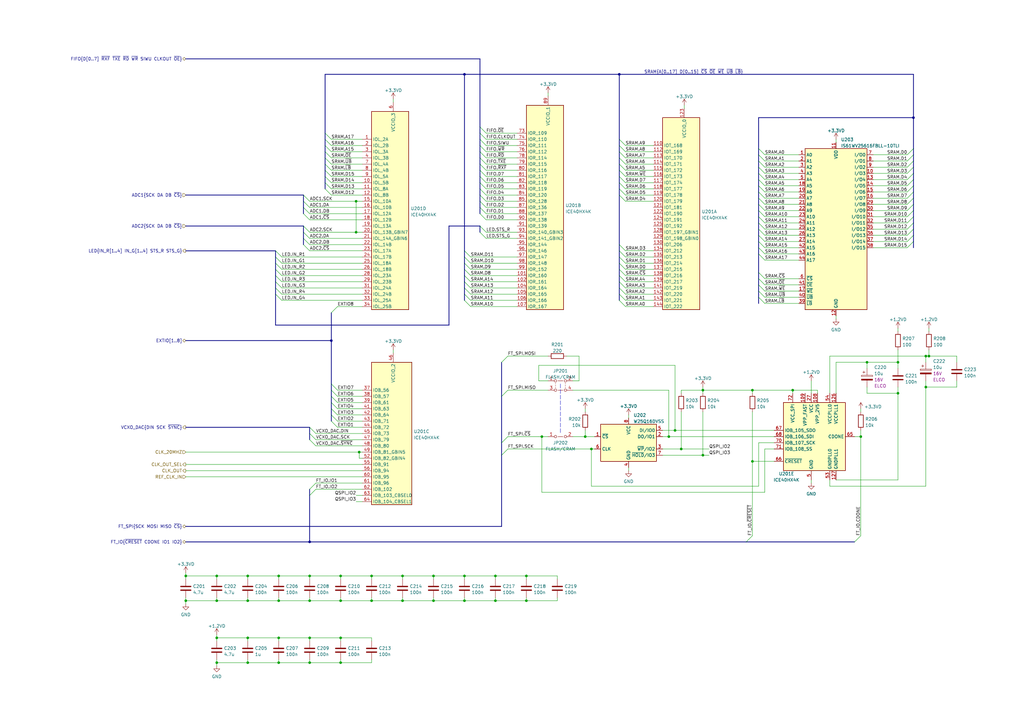
<source format=kicad_sch>
(kicad_sch (version 20211123) (generator eeschema)
  (paper "A3")
  (junction (at 139.7 261.62))
  (junction (at 139.7 246.38))
  (junction (at 353.06 179.07))
  (junction (at 88.9 261.62))
  (junction (at 368.3 148.59))
  (junction (at 325.12 160.02))
  (junction (at 190.5 30.48))
  (junction (at 276.86 176.53))
  (junction (at 101.6 261.62))
  (junction (at 127 261.62))
  (junction (at 381 146.05))
  (junction (at 279.4 184.15))
  (junction (at 177.8 246.38))
  (junction (at 288.29 186.69))
  (junction (at 203.2 236.22))
  (junction (at 146.05 82.55))
  (junction (at 76.2 246.38))
  (junction (at 127 271.78))
  (junction (at 152.4 236.22))
  (junction (at 101.6 271.78))
  (junction (at 374.65 48.26))
  (junction (at 101.6 246.38))
  (junction (at 114.3 271.78))
  (junction (at 127 236.22))
  (junction (at 135.89 139.7))
  (junction (at 254 30.48))
  (junction (at 190.5 236.22))
  (junction (at 114.3 246.38))
  (junction (at 379.73 146.05))
  (junction (at 165.1 246.38))
  (junction (at 88.9 246.38))
  (junction (at 240.03 179.07))
  (junction (at 127 246.38))
  (junction (at 308.61 160.02))
  (junction (at 165.1 236.22))
  (junction (at 146.05 95.25))
  (junction (at 101.6 236.22))
  (junction (at 76.2 236.22))
  (junction (at 127 222.25))
  (junction (at 288.29 160.02))
  (junction (at 139.7 271.78))
  (junction (at 88.9 236.22))
  (junction (at 203.2 246.38))
  (junction (at 215.9 246.38))
  (junction (at 355.6 148.59))
  (junction (at 152.4 246.38))
  (junction (at 114.3 261.62))
  (junction (at 379.73 158.75))
  (junction (at 222.25 179.07))
  (junction (at 147.32 185.42))
  (junction (at 242.57 184.15))
  (junction (at 215.9 236.22))
  (junction (at 368.3 161.29))
  (junction (at 177.8 236.22))
  (junction (at 114.3 236.22))
  (junction (at 139.7 236.22))
  (junction (at 274.32 179.07))
  (junction (at 308.61 189.23))
  (junction (at 88.9 271.78))
  (junction (at 190.5 246.38))
  (bus_entry (at 135.89 74.93) (size -2.54 -2.54))
  (bus_entry (at 196.85 74.93) (size 2.54 2.54))
  (bus_entry (at 113.03 115.57) (size 2.54 2.54))
  (bus_entry (at 135.89 69.85) (size -2.54 -2.54))
  (bus_entry (at 124.46 87.63) (size 2.54 2.54))
  (bus_entry (at 374.65 88.9) (size -2.54 2.54))
  (bus_entry (at 256.54 110.49) (size -2.54 -2.54))
  (bus_entry (at 205.74 186.69) (size 2.54 -2.54))
  (bus_entry (at 374.65 63.5) (size -2.54 2.54))
  (bus_entry (at 196.85 87.63) (size 2.54 2.54))
  (bus_entry (at 256.54 69.85) (size -2.54 -2.54))
  (bus_entry (at 374.65 73.66) (size -2.54 2.54))
  (bus_entry (at 135.89 170.18) (size 2.54 2.54))
  (bus_entry (at 208.28 160.02) (size -2.54 2.54))
  (bus_entry (at 124.46 97.79) (size 2.54 2.54))
  (bus_entry (at 113.03 118.11) (size 2.54 2.54))
  (bus_entry (at 196.85 64.77) (size 2.54 2.54))
  (bus_entry (at 256.54 62.23) (size -2.54 -2.54))
  (bus_entry (at 256.54 118.11) (size -2.54 -2.54))
  (bus_entry (at 196.85 57.15) (size 2.54 2.54))
  (bus_entry (at 135.89 165.1) (size 2.54 2.54))
  (bus_entry (at 256.54 115.57) (size -2.54 -2.54))
  (bus_entry (at 311.15 114.3) (size 2.54 2.54))
  (bus_entry (at 374.65 93.98) (size -2.54 2.54))
  (bus_entry (at 135.89 77.47) (size -2.54 -2.54))
  (bus_entry (at 374.65 99.06) (size -2.54 2.54))
  (bus_entry (at 135.89 67.31) (size -2.54 -2.54))
  (bus_entry (at 113.03 120.65) (size 2.54 2.54))
  (bus_entry (at 113.03 110.49) (size 2.54 2.54))
  (bus_entry (at 256.54 107.95) (size -2.54 -2.54))
  (bus_entry (at 374.65 60.96) (size -2.54 2.54))
  (bus_entry (at 196.85 52.07) (size 2.54 2.54))
  (bus_entry (at 127 203.2) (size 2.54 -2.54))
  (bus_entry (at 311.15 83.82) (size 2.54 2.54))
  (bus_entry (at 113.03 105.41) (size 2.54 2.54))
  (bus_entry (at 113.03 113.03) (size 2.54 2.54))
  (bus_entry (at 190.5 115.57) (size 2.54 2.54))
  (bus_entry (at 374.65 66.04) (size -2.54 2.54))
  (bus_entry (at 135.89 62.23) (size -2.54 -2.54))
  (bus_entry (at 196.85 72.39) (size 2.54 2.54))
  (bus_entry (at 135.89 128.27) (size 2.54 -2.54))
  (bus_entry (at 196.85 85.09) (size 2.54 2.54))
  (bus_entry (at 311.15 81.28) (size 2.54 2.54))
  (bus_entry (at 256.54 59.69) (size -2.54 -2.54))
  (bus_entry (at 374.65 81.28) (size -2.54 2.54))
  (bus_entry (at 256.54 74.93) (size -2.54 -2.54))
  (bus_entry (at 311.15 78.74) (size 2.54 2.54))
  (bus_entry (at 135.89 172.72) (size 2.54 2.54))
  (bus_entry (at 311.15 119.38) (size 2.54 2.54))
  (bus_entry (at 256.54 123.19) (size -2.54 -2.54))
  (bus_entry (at 205.74 181.61) (size 2.54 -2.54))
  (bus_entry (at 190.5 105.41) (size 2.54 2.54))
  (bus_entry (at 196.85 62.23) (size 2.54 2.54))
  (bus_entry (at 190.5 120.65) (size 2.54 2.54))
  (bus_entry (at 127 177.8) (size 2.54 2.54))
  (bus_entry (at 311.15 71.12) (size 2.54 2.54))
  (bus_entry (at 311.15 68.58) (size 2.54 2.54))
  (bus_entry (at 135.89 167.64) (size 2.54 2.54))
  (bus_entry (at 196.85 69.85) (size 2.54 2.54))
  (bus_entry (at 311.15 111.76) (size 2.54 2.54))
  (bus_entry (at 256.54 105.41) (size -2.54 -2.54))
  (bus_entry (at 311.15 93.98) (size 2.54 2.54))
  (bus_entry (at 135.89 64.77) (size -2.54 -2.54))
  (bus_entry (at 350.52 222.25) (size 2.54 -2.54))
  (bus_entry (at 256.54 64.77) (size -2.54 -2.54))
  (bus_entry (at 124.46 80.01) (size 2.54 2.54))
  (bus_entry (at 127 200.66) (size 2.54 -2.54))
  (bus_entry (at 311.15 86.36) (size 2.54 2.54))
  (bus_entry (at 311.15 121.92) (size 2.54 2.54))
  (bus_entry (at 196.85 77.47) (size 2.54 2.54))
  (bus_entry (at 311.15 73.66) (size 2.54 2.54))
  (bus_entry (at 135.89 160.02) (size 2.54 2.54))
  (bus_entry (at 127 175.26) (size 2.54 2.54))
  (bus_entry (at 374.65 68.58) (size -2.54 2.54))
  (bus_entry (at 256.54 80.01) (size -2.54 -2.54))
  (bus_entry (at 256.54 113.03) (size -2.54 -2.54))
  (bus_entry (at 190.5 118.11) (size 2.54 2.54))
  (bus_entry (at 256.54 102.87) (size -2.54 -2.54))
  (bus_entry (at 306.07 222.25) (size 2.54 -2.54))
  (bus_entry (at 256.54 125.73) (size -2.54 -2.54))
  (bus_entry (at 196.85 80.01) (size 2.54 2.54))
  (bus_entry (at 135.89 162.56) (size 2.54 2.54))
  (bus_entry (at 190.5 110.49) (size 2.54 2.54))
  (bus_entry (at 256.54 72.39) (size -2.54 -2.54))
  (bus_entry (at 311.15 104.14) (size 2.54 2.54))
  (bus_entry (at 124.46 82.55) (size 2.54 2.54))
  (bus_entry (at 256.54 82.55) (size -2.54 -2.54))
  (bus_entry (at 311.15 91.44) (size 2.54 2.54))
  (bus_entry (at 311.15 88.9) (size 2.54 2.54))
  (bus_entry (at 196.85 95.25) (size 2.54 2.54))
  (bus_entry (at 196.85 92.71) (size 2.54 2.54))
  (bus_entry (at 196.85 82.55) (size 2.54 2.54))
  (bus_entry (at 374.65 83.82) (size -2.54 2.54))
  (bus_entry (at 311.15 63.5) (size 2.54 2.54))
  (bus_entry (at 135.89 157.48) (size 2.54 2.54))
  (bus_entry (at 190.5 102.87) (size 2.54 2.54))
  (bus_entry (at 113.03 107.95) (size 2.54 2.54))
  (bus_entry (at 374.65 71.12) (size -2.54 2.54))
  (bus_entry (at 311.15 96.52) (size 2.54 2.54))
  (bus_entry (at 127 180.34) (size 2.54 2.54))
  (bus_entry (at 311.15 116.84) (size 2.54 2.54))
  (bus_entry (at 113.03 102.87) (size 2.54 2.54))
  (bus_entry (at 374.65 76.2) (size -2.54 2.54))
  (bus_entry (at 256.54 67.31) (size -2.54 -2.54))
  (bus_entry (at 190.5 113.03) (size 2.54 2.54))
  (bus_entry (at 374.65 86.36) (size -2.54 2.54))
  (bus_entry (at 135.89 59.69) (size -2.54 -2.54))
  (bus_entry (at 374.65 78.74) (size -2.54 2.54))
  (bus_entry (at 124.46 95.25) (size 2.54 2.54))
  (bus_entry (at 190.5 123.19) (size 2.54 2.54))
  (bus_entry (at 196.85 67.31) (size 2.54 2.54))
  (bus_entry (at 311.15 66.04) (size 2.54 2.54))
  (bus_entry (at 374.65 91.44) (size -2.54 2.54))
  (bus_entry (at 256.54 120.65) (size -2.54 -2.54))
  (bus_entry (at 196.85 59.69) (size 2.54 2.54))
  (bus_entry (at 124.46 100.33) (size 2.54 2.54))
  (bus_entry (at 124.46 85.09) (size 2.54 2.54))
  (bus_entry (at 256.54 77.47) (size -2.54 -2.54))
  (bus_entry (at 311.15 60.96) (size 2.54 2.54))
  (bus_entry (at 311.15 99.06) (size 2.54 2.54))
  (bus_entry (at 135.89 57.15) (size -2.54 -2.54))
  (bus_entry (at 135.89 72.39) (size -2.54 -2.54))
  (bus_entry (at 196.85 54.61) (size 2.54 2.54))
  (bus_entry (at 124.46 92.71) (size 2.54 2.54))
  (bus_entry (at 311.15 76.2) (size 2.54 2.54))
  (bus_entry (at 190.5 107.95) (size 2.54 2.54))
  (bus_entry (at 374.65 96.52) (size -2.54 2.54))
  (bus_entry (at 205.74 148.59) (size 2.54 -2.54))
  (bus_entry (at 135.89 80.01) (size -2.54 -2.54))
  (bus_entry (at 311.15 101.6) (size 2.54 2.54))
  (wire (pts (xy 177.8 236.22) (xy 177.8 237.49)))
  (wire (pts (xy 127 90.17) (xy 148.59 90.17)))
  (wire (pts (xy 199.39 95.25) (xy 212.09 95.25)))
  (wire (pts (xy 88.9 236.22) (xy 76.2 236.22)))
  (wire (pts (xy 208.28 146.05) (xy 224.79 146.05)))
  (wire (pts (xy 152.4 245.11) (xy 152.4 246.38)))
  (wire (pts (xy 203.2 245.11) (xy 203.2 246.38)))
  (wire (pts (xy 114.3 261.62) (xy 114.3 262.89)))
  (wire (pts (xy 342.9 148.59) (xy 355.6 148.59)))
  (wire (pts (xy 177.8 246.38) (xy 165.1 246.38)))
  (wire (pts (xy 115.57 105.41) (xy 148.59 105.41)))
  (wire (pts (xy 148.59 72.39) (xy 135.89 72.39)))
  (bus (pts (xy 127 175.26) (xy 127 177.8)))
  (wire (pts (xy 313.69 88.9) (xy 327.66 88.9)))
  (wire (pts (xy 88.9 260.35) (xy 88.9 261.62)))
  (wire (pts (xy 208.28 179.07) (xy 222.25 179.07)))
  (wire (pts (xy 379.73 158.75) (xy 379.73 199.39)))
  (wire (pts (xy 342.9 196.85) (xy 368.3 196.85)))
  (wire (pts (xy 212.09 110.49) (xy 193.04 110.49)))
  (bus (pts (xy 311.15 116.84) (xy 311.15 119.38)))
  (wire (pts (xy 256.54 77.47) (xy 267.97 77.47)))
  (bus (pts (xy 311.15 111.76) (xy 311.15 114.3)))
  (bus (pts (xy 190.5 113.03) (xy 190.5 110.49)))
  (bus (pts (xy 196.85 85.09) (xy 196.85 87.63)))
  (wire (pts (xy 313.69 184.15) (xy 317.5 184.15)))
  (bus (pts (xy 113.03 102.87) (xy 113.03 105.41)))
  (wire (pts (xy 76.2 236.22) (xy 76.2 237.49)))
  (bus (pts (xy 374.65 88.9) (xy 374.65 91.44)))
  (wire (pts (xy 288.29 186.69) (xy 271.78 186.69)))
  (wire (pts (xy 358.14 63.5) (xy 372.11 63.5)))
  (wire (pts (xy 88.9 236.22) (xy 88.9 237.49)))
  (wire (pts (xy 242.57 199.39) (xy 242.57 184.15)))
  (bus (pts (xy 196.85 69.85) (xy 196.85 72.39)))
  (bus (pts (xy 135.89 167.64) (xy 135.89 170.18)))
  (wire (pts (xy 313.69 73.66) (xy 327.66 73.66)))
  (wire (pts (xy 203.2 237.49) (xy 203.2 236.22)))
  (bus (pts (xy 135.89 160.02) (xy 135.89 162.56)))
  (bus (pts (xy 205.74 162.56) (xy 205.74 181.61)))
  (wire (pts (xy 313.69 119.38) (xy 327.66 119.38)))
  (wire (pts (xy 76.2 190.5) (xy 148.59 190.5)))
  (wire (pts (xy 147.32 185.42) (xy 148.59 185.42)))
  (wire (pts (xy 148.59 74.93) (xy 135.89 74.93)))
  (wire (pts (xy 199.39 59.69) (xy 212.09 59.69)))
  (wire (pts (xy 114.3 237.49) (xy 114.3 236.22)))
  (bus (pts (xy 196.85 67.31) (xy 196.85 69.85)))
  (wire (pts (xy 256.54 69.85) (xy 267.97 69.85)))
  (wire (pts (xy 152.4 271.78) (xy 139.7 271.78)))
  (wire (pts (xy 212.09 107.95) (xy 193.04 107.95)))
  (wire (pts (xy 115.57 115.57) (xy 148.59 115.57)))
  (bus (pts (xy 311.15 68.58) (xy 311.15 71.12)))
  (wire (pts (xy 193.04 115.57) (xy 212.09 115.57)))
  (wire (pts (xy 147.32 187.96) (xy 147.32 185.42)))
  (wire (pts (xy 115.57 113.03) (xy 148.59 113.03)))
  (wire (pts (xy 355.6 148.59) (xy 368.3 148.59)))
  (wire (pts (xy 257.81 170.18) (xy 257.81 171.45)))
  (bus (pts (xy 124.46 92.71) (xy 124.46 95.25)))
  (wire (pts (xy 358.14 86.36) (xy 372.11 86.36)))
  (bus (pts (xy 113.03 118.11) (xy 113.03 120.65)))
  (bus (pts (xy 196.85 62.23) (xy 196.85 64.77)))
  (wire (pts (xy 101.6 236.22) (xy 101.6 237.49)))
  (bus (pts (xy 133.35 62.23) (xy 133.35 64.77)))
  (wire (pts (xy 165.1 236.22) (xy 165.1 237.49)))
  (bus (pts (xy 254 69.85) (xy 254 67.31)))
  (wire (pts (xy 237.49 146.05) (xy 237.49 156.21)))
  (bus (pts (xy 311.15 76.2) (xy 311.15 78.74)))
  (bus (pts (xy 127 222.25) (xy 306.07 222.25)))
  (bus (pts (xy 127 203.2) (xy 127 222.25)))
  (bus (pts (xy 254 62.23) (xy 254 64.77)))
  (bus (pts (xy 124.46 82.55) (xy 124.46 85.09)))
  (bus (pts (xy 311.15 101.6) (xy 311.15 104.14)))
  (wire (pts (xy 353.06 167.64) (xy 353.06 168.91)))
  (bus (pts (xy 76.2 102.87) (xy 113.03 102.87)))
  (wire (pts (xy 237.49 156.21) (xy 234.95 156.21)))
  (wire (pts (xy 358.14 99.06) (xy 372.11 99.06)))
  (wire (pts (xy 313.69 99.06) (xy 327.66 99.06)))
  (wire (pts (xy 139.7 236.22) (xy 127 236.22)))
  (bus (pts (xy 190.5 115.57) (xy 190.5 113.03)))
  (wire (pts (xy 279.4 184.15) (xy 271.78 184.15)))
  (wire (pts (xy 115.57 118.11) (xy 148.59 118.11)))
  (wire (pts (xy 256.54 72.39) (xy 267.97 72.39)))
  (bus (pts (xy 133.35 54.61) (xy 133.35 30.48)))
  (wire (pts (xy 279.4 160.02) (xy 288.29 160.02)))
  (wire (pts (xy 139.7 261.62) (xy 127 261.62)))
  (wire (pts (xy 355.6 158.75) (xy 355.6 161.29)))
  (bus (pts (xy 311.15 71.12) (xy 311.15 73.66)))
  (wire (pts (xy 114.3 271.78) (xy 101.6 271.78)))
  (bus (pts (xy 311.15 63.5) (xy 311.15 66.04)))
  (wire (pts (xy 256.54 80.01) (xy 267.97 80.01)))
  (wire (pts (xy 199.39 97.79) (xy 212.09 97.79)))
  (wire (pts (xy 358.14 73.66) (xy 372.11 73.66)))
  (wire (pts (xy 308.61 160.02) (xy 325.12 160.02)))
  (bus (pts (xy 254 80.01) (xy 254 100.33)))
  (wire (pts (xy 127 87.63) (xy 148.59 87.63)))
  (wire (pts (xy 203.2 246.38) (xy 215.9 246.38)))
  (wire (pts (xy 88.9 271.78) (xy 88.9 273.05)))
  (bus (pts (xy 311.15 96.52) (xy 311.15 99.06)))
  (wire (pts (xy 127 236.22) (xy 114.3 236.22)))
  (bus (pts (xy 311.15 121.92) (xy 311.15 124.46)))
  (wire (pts (xy 139.7 271.78) (xy 127 271.78)))
  (wire (pts (xy 215.9 246.38) (xy 228.6 246.38)))
  (wire (pts (xy 353.06 219.71) (xy 353.06 179.07)))
  (wire (pts (xy 152.4 237.49) (xy 152.4 236.22)))
  (wire (pts (xy 129.54 177.8) (xy 148.59 177.8)))
  (wire (pts (xy 146.05 205.74) (xy 148.59 205.74)))
  (bus (pts (xy 254 59.69) (xy 254 62.23)))
  (bus (pts (xy 311.15 81.28) (xy 311.15 83.82)))
  (wire (pts (xy 138.43 172.72) (xy 148.59 172.72)))
  (wire (pts (xy 165.1 246.38) (xy 152.4 246.38)))
  (wire (pts (xy 332.74 196.85) (xy 332.74 198.12)))
  (wire (pts (xy 256.54 123.19) (xy 267.97 123.19)))
  (bus (pts (xy 311.15 73.66) (xy 311.15 76.2)))
  (bus (pts (xy 113.03 115.57) (xy 113.03 118.11)))
  (wire (pts (xy 139.7 270.51) (xy 139.7 271.78)))
  (wire (pts (xy 76.2 195.58) (xy 148.59 195.58)))
  (wire (pts (xy 129.54 198.12) (xy 148.59 198.12)))
  (wire (pts (xy 313.69 114.3) (xy 327.66 114.3)))
  (bus (pts (xy 205.74 148.59) (xy 205.74 162.56)))
  (wire (pts (xy 256.54 110.49) (xy 267.97 110.49)))
  (wire (pts (xy 203.2 236.22) (xy 190.5 236.22)))
  (bus (pts (xy 113.03 133.35) (xy 184.15 133.35)))
  (wire (pts (xy 313.69 106.68) (xy 327.66 106.68)))
  (bus (pts (xy 133.35 64.77) (xy 133.35 67.31)))
  (wire (pts (xy 199.39 80.01) (xy 212.09 80.01)))
  (wire (pts (xy 274.32 160.02) (xy 274.32 179.07)))
  (wire (pts (xy 308.61 189.23) (xy 317.5 189.23)))
  (wire (pts (xy 313.69 93.98) (xy 327.66 93.98)))
  (wire (pts (xy 161.29 143.51) (xy 161.29 144.78)))
  (wire (pts (xy 379.73 156.21) (xy 379.73 158.75)))
  (wire (pts (xy 392.43 156.21) (xy 392.43 158.75)))
  (wire (pts (xy 313.69 63.5) (xy 327.66 63.5)))
  (wire (pts (xy 313.69 184.15) (xy 313.69 201.93)))
  (wire (pts (xy 379.73 158.75) (xy 392.43 158.75)))
  (wire (pts (xy 129.54 200.66) (xy 148.59 200.66)))
  (wire (pts (xy 313.69 101.6) (xy 327.66 101.6)))
  (wire (pts (xy 139.7 262.89) (xy 139.7 261.62)))
  (wire (pts (xy 313.69 116.84) (xy 327.66 116.84)))
  (wire (pts (xy 379.73 148.59) (xy 379.73 146.05)))
  (wire (pts (xy 228.6 245.11) (xy 228.6 246.38)))
  (wire (pts (xy 177.8 245.11) (xy 177.8 246.38)))
  (wire (pts (xy 317.5 181.61) (xy 311.15 181.61)))
  (wire (pts (xy 276.86 149.86) (xy 276.86 176.53)))
  (bus (pts (xy 374.65 66.04) (xy 374.65 68.58)))
  (wire (pts (xy 240.03 167.64) (xy 240.03 168.91)))
  (wire (pts (xy 256.54 118.11) (xy 267.97 118.11)))
  (bus (pts (xy 205.74 186.69) (xy 205.74 215.9)))
  (bus (pts (xy 254 74.93) (xy 254 77.47)))
  (bus (pts (xy 196.85 24.13) (xy 196.85 52.07)))
  (wire (pts (xy 190.5 236.22) (xy 177.8 236.22)))
  (bus (pts (xy 196.85 82.55) (xy 196.85 85.09)))
  (wire (pts (xy 256.54 120.65) (xy 267.97 120.65)))
  (bus (pts (xy 124.46 85.09) (xy 124.46 87.63)))
  (wire (pts (xy 220.98 149.86) (xy 220.98 156.21)))
  (bus (pts (xy 311.15 83.82) (xy 311.15 86.36)))
  (wire (pts (xy 368.3 148.59) (xy 368.3 151.13)))
  (wire (pts (xy 353.06 176.53) (xy 353.06 179.07)))
  (bus (pts (xy 196.85 59.69) (xy 196.85 62.23)))
  (wire (pts (xy 127 246.38) (xy 114.3 246.38)))
  (bus (pts (xy 374.65 96.52) (xy 374.65 99.06)))
  (bus (pts (xy 254 107.95) (xy 254 110.49)))
  (wire (pts (xy 146.05 95.25) (xy 148.59 95.25)))
  (wire (pts (xy 115.57 110.49) (xy 148.59 110.49)))
  (wire (pts (xy 199.39 62.23) (xy 212.09 62.23)))
  (wire (pts (xy 355.6 151.13) (xy 355.6 148.59)))
  (bus (pts (xy 133.35 62.23) (xy 133.35 59.69)))
  (wire (pts (xy 276.86 149.86) (xy 220.98 149.86)))
  (wire (pts (xy 208.28 184.15) (xy 242.57 184.15)))
  (wire (pts (xy 88.9 261.62) (xy 88.9 262.89)))
  (wire (pts (xy 288.29 186.69) (xy 290.83 186.69)))
  (bus (pts (xy 254 100.33) (xy 254 102.87)))
  (bus (pts (xy 254 30.48) (xy 374.65 30.48)))
  (wire (pts (xy 257.81 191.77) (xy 257.81 193.04)))
  (wire (pts (xy 127 85.09) (xy 148.59 85.09)))
  (wire (pts (xy 279.4 160.02) (xy 279.4 161.29)))
  (bus (pts (xy 190.5 123.19) (xy 190.5 120.65)))
  (bus (pts (xy 311.15 93.98) (xy 311.15 96.52)))
  (bus (pts (xy 254 113.03) (xy 254 115.57)))
  (wire (pts (xy 368.3 143.51) (xy 368.3 148.59)))
  (wire (pts (xy 135.89 69.85) (xy 148.59 69.85)))
  (bus (pts (xy 184.15 92.71) (xy 196.85 92.71)))
  (wire (pts (xy 148.59 77.47) (xy 135.89 77.47)))
  (wire (pts (xy 199.39 72.39) (xy 212.09 72.39)))
  (wire (pts (xy 138.43 167.64) (xy 148.59 167.64)))
  (wire (pts (xy 199.39 87.63) (xy 212.09 87.63)))
  (wire (pts (xy 335.28 160.02) (xy 335.28 161.29)))
  (wire (pts (xy 308.61 160.02) (xy 308.61 161.29)))
  (bus (pts (xy 184.15 133.35) (xy 184.15 92.71)))
  (bus (pts (xy 190.5 118.11) (xy 190.5 115.57)))
  (wire (pts (xy 358.14 83.82) (xy 372.11 83.82)))
  (wire (pts (xy 199.39 64.77) (xy 212.09 64.77)))
  (wire (pts (xy 193.04 118.11) (xy 212.09 118.11)))
  (wire (pts (xy 358.14 76.2) (xy 372.11 76.2)))
  (bus (pts (xy 135.89 165.1) (xy 135.89 167.64)))
  (wire (pts (xy 203.2 246.38) (xy 190.5 246.38)))
  (wire (pts (xy 139.7 245.11) (xy 139.7 246.38)))
  (wire (pts (xy 152.4 270.51) (xy 152.4 271.78)))
  (wire (pts (xy 313.69 104.14) (xy 327.66 104.14)))
  (wire (pts (xy 146.05 82.55) (xy 148.59 82.55)))
  (wire (pts (xy 256.54 62.23) (xy 267.97 62.23)))
  (wire (pts (xy 101.6 271.78) (xy 88.9 271.78)))
  (wire (pts (xy 101.6 246.38) (xy 88.9 246.38)))
  (wire (pts (xy 127 95.25) (xy 146.05 95.25)))
  (wire (pts (xy 358.14 81.28) (xy 372.11 81.28)))
  (wire (pts (xy 101.6 245.11) (xy 101.6 246.38)))
  (bus (pts (xy 196.85 72.39) (xy 196.85 74.93)))
  (bus (pts (xy 196.85 64.77) (xy 196.85 67.31)))
  (bus (pts (xy 306.07 222.25) (xy 350.52 222.25)))
  (bus (pts (xy 196.85 57.15) (xy 196.85 59.69)))
  (wire (pts (xy 358.14 91.44) (xy 372.11 91.44)))
  (bus (pts (xy 254 69.85) (xy 254 72.39)))
  (wire (pts (xy 350.52 179.07) (xy 353.06 179.07)))
  (wire (pts (xy 332.74 156.21) (xy 332.74 161.29)))
  (wire (pts (xy 152.4 261.62) (xy 139.7 261.62)))
  (bus (pts (xy 254 120.65) (xy 254 123.19)))
  (wire (pts (xy 161.29 40.64) (xy 161.29 41.91)))
  (wire (pts (xy 256.54 115.57) (xy 267.97 115.57)))
  (wire (pts (xy 308.61 189.23) (xy 308.61 219.71)))
  (wire (pts (xy 313.69 96.52) (xy 327.66 96.52)))
  (bus (pts (xy 374.65 48.26) (xy 374.65 60.96)))
  (bus (pts (xy 196.85 54.61) (xy 196.85 57.15)))
  (wire (pts (xy 325.12 160.02) (xy 325.12 161.29)))
  (wire (pts (xy 340.36 146.05) (xy 340.36 161.29)))
  (wire (pts (xy 139.7 236.22) (xy 139.7 237.49)))
  (bus (pts (xy 196.85 74.93) (xy 196.85 77.47)))
  (wire (pts (xy 199.39 82.55) (xy 212.09 82.55)))
  (wire (pts (xy 76.2 193.04) (xy 148.59 193.04)))
  (bus (pts (xy 254 118.11) (xy 254 115.57)))
  (bus (pts (xy 133.35 30.48) (xy 190.5 30.48)))
  (wire (pts (xy 199.39 77.47) (xy 212.09 77.47)))
  (bus (pts (xy 205.74 181.61) (xy 205.74 186.69)))
  (bus (pts (xy 311.15 119.38) (xy 311.15 121.92)))
  (wire (pts (xy 313.69 201.93) (xy 222.25 201.93)))
  (wire (pts (xy 240.03 179.07) (xy 243.84 179.07)))
  (wire (pts (xy 114.3 270.51) (xy 114.3 271.78)))
  (wire (pts (xy 193.04 123.19) (xy 212.09 123.19)))
  (bus (pts (xy 113.03 107.95) (xy 113.03 110.49)))
  (wire (pts (xy 342.9 129.54) (xy 342.9 130.81)))
  (wire (pts (xy 279.4 168.91) (xy 279.4 184.15)))
  (bus (pts (xy 374.65 68.58) (xy 374.65 71.12)))
  (wire (pts (xy 101.6 270.51) (xy 101.6 271.78)))
  (bus (pts (xy 76.2 175.26) (xy 127 175.26)))
  (bus (pts (xy 133.35 72.39) (xy 133.35 74.93)))
  (wire (pts (xy 358.14 78.74) (xy 372.11 78.74)))
  (wire (pts (xy 115.57 123.19) (xy 148.59 123.19)))
  (wire (pts (xy 114.3 261.62) (xy 101.6 261.62)))
  (bus (pts (xy 190.5 110.49) (xy 190.5 107.95)))
  (wire (pts (xy 135.89 59.69) (xy 148.59 59.69)))
  (wire (pts (xy 101.6 261.62) (xy 88.9 261.62)))
  (bus (pts (xy 374.65 81.28) (xy 374.65 83.82)))
  (wire (pts (xy 311.15 181.61) (xy 311.15 199.39)))
  (bus (pts (xy 124.46 80.01) (xy 124.46 82.55)))
  (bus (pts (xy 190.5 105.41) (xy 190.5 107.95)))
  (wire (pts (xy 358.14 93.98) (xy 372.11 93.98)))
  (wire (pts (xy 212.09 105.41) (xy 193.04 105.41)))
  (wire (pts (xy 313.69 78.74) (xy 327.66 78.74)))
  (wire (pts (xy 358.14 96.52) (xy 372.11 96.52)))
  (wire (pts (xy 138.43 162.56) (xy 148.59 162.56)))
  (wire (pts (xy 165.1 245.11) (xy 165.1 246.38)))
  (wire (pts (xy 256.54 107.95) (xy 267.97 107.95)))
  (wire (pts (xy 358.14 101.6) (xy 372.11 101.6)))
  (bus (pts (xy 133.35 59.69) (xy 133.35 57.15)))
  (wire (pts (xy 288.29 160.02) (xy 288.29 161.29)))
  (wire (pts (xy 368.3 161.29) (xy 368.3 196.85)))
  (wire (pts (xy 271.78 179.07) (xy 274.32 179.07)))
  (bus (pts (xy 76.2 222.25) (xy 127 222.25)))
  (wire (pts (xy 129.54 182.88) (xy 148.59 182.88)))
  (bus (pts (xy 113.03 113.03) (xy 113.03 115.57)))
  (bus (pts (xy 124.46 97.79) (xy 124.46 100.33)))
  (polyline (pts (xy 229.87 157.48) (xy 229.87 177.8)))
  (bus (pts (xy 311.15 114.3) (xy 311.15 116.84)))
  (wire (pts (xy 127 82.55) (xy 146.05 82.55)))
  (wire (pts (xy 271.78 176.53) (xy 276.86 176.53)))
  (wire (pts (xy 313.69 81.28) (xy 327.66 81.28)))
  (wire (pts (xy 274.32 179.07) (xy 317.5 179.07)))
  (bus (pts (xy 311.15 99.06) (xy 311.15 101.6)))
  (wire (pts (xy 256.54 113.03) (xy 267.97 113.03)))
  (wire (pts (xy 148.59 80.01) (xy 135.89 80.01)))
  (wire (pts (xy 115.57 107.95) (xy 148.59 107.95)))
  (wire (pts (xy 127 261.62) (xy 114.3 261.62)))
  (wire (pts (xy 199.39 90.17) (xy 212.09 90.17)))
  (wire (pts (xy 279.4 184.15) (xy 290.83 184.15)))
  (wire (pts (xy 342.9 57.15) (xy 342.9 58.42)))
  (bus (pts (xy 135.89 170.18) (xy 135.89 172.72)))
  (wire (pts (xy 101.6 261.62) (xy 101.6 262.89)))
  (wire (pts (xy 199.39 69.85) (xy 212.09 69.85)))
  (wire (pts (xy 138.43 165.1) (xy 148.59 165.1)))
  (bus (pts (xy 254 77.47) (xy 254 80.01)))
  (bus (pts (xy 135.89 128.27) (xy 135.89 139.7)))
  (wire (pts (xy 311.15 199.39) (xy 242.57 199.39)))
  (wire (pts (xy 127 236.22) (xy 127 237.49)))
  (wire (pts (xy 220.98 156.21) (xy 224.79 156.21)))
  (bus (pts (xy 374.65 71.12) (xy 374.65 73.66)))
  (wire (pts (xy 313.69 124.46) (xy 327.66 124.46)))
  (bus (pts (xy 76.2 24.13) (xy 196.85 24.13)))
  (bus (pts (xy 133.35 69.85) (xy 133.35 72.39)))
  (bus (pts (xy 311.15 66.04) (xy 311.15 68.58)))
  (wire (pts (xy 76.2 234.95) (xy 76.2 236.22)))
  (bus (pts (xy 113.03 110.49) (xy 113.03 113.03)))
  (wire (pts (xy 368.3 134.62) (xy 368.3 135.89)))
  (wire (pts (xy 138.43 160.02) (xy 148.59 160.02)))
  (bus (pts (xy 311.15 88.9) (xy 311.15 91.44)))
  (wire (pts (xy 146.05 203.2) (xy 148.59 203.2)))
  (bus (pts (xy 190.5 30.48) (xy 190.5 102.87)))
  (wire (pts (xy 379.73 146.05) (xy 381 146.05)))
  (wire (pts (xy 114.3 246.38) (xy 101.6 246.38)))
  (wire (pts (xy 280.67 43.18) (xy 280.67 44.45)))
  (wire (pts (xy 288.29 168.91) (xy 288.29 186.69)))
  (wire (pts (xy 190.5 246.38) (xy 177.8 246.38)))
  (bus (pts (xy 254 110.49) (xy 254 113.03)))
  (bus (pts (xy 76.2 92.71) (xy 124.46 92.71)))
  (wire (pts (xy 228.6 237.49) (xy 228.6 236.22)))
  (wire (pts (xy 234.95 179.07) (xy 240.03 179.07)))
  (bus (pts (xy 113.03 105.41) (xy 113.03 107.95)))
  (wire (pts (xy 228.6 236.22) (xy 215.9 236.22)))
  (wire (pts (xy 101.6 236.22) (xy 88.9 236.22)))
  (wire (pts (xy 127 262.89) (xy 127 261.62)))
  (bus (pts (xy 254 57.15) (xy 254 59.69)))
  (bus (pts (xy 374.65 93.98) (xy 374.65 96.52)))
  (wire (pts (xy 313.69 83.82) (xy 327.66 83.82)))
  (wire (pts (xy 355.6 161.29) (xy 368.3 161.29)))
  (bus (pts (xy 196.85 52.07) (xy 196.85 54.61)))
  (bus (pts (xy 196.85 80.01) (xy 196.85 82.55)))
  (wire (pts (xy 139.7 246.38) (xy 127 246.38)))
  (bus (pts (xy 135.89 162.56) (xy 135.89 165.1)))
  (bus (pts (xy 374.65 76.2) (xy 374.65 78.74)))
  (wire (pts (xy 199.39 54.61) (xy 212.09 54.61)))
  (wire (pts (xy 152.4 262.89) (xy 152.4 261.62)))
  (bus (pts (xy 190.5 30.48) (xy 254 30.48)))
  (bus (pts (xy 374.65 30.48) (xy 374.65 48.26)))
  (wire (pts (xy 88.9 245.11) (xy 88.9 246.38)))
  (bus (pts (xy 254 30.48) (xy 254 57.15)))
  (wire (pts (xy 240.03 176.53) (xy 240.03 179.07)))
  (wire (pts (xy 288.29 158.75) (xy 288.29 160.02)))
  (wire (pts (xy 135.89 67.31) (xy 148.59 67.31)))
  (wire (pts (xy 212.09 113.03) (xy 193.04 113.03)))
  (bus (pts (xy 311.15 104.14) (xy 311.15 111.76)))
  (bus (pts (xy 254 120.65) (xy 254 118.11)))
  (wire (pts (xy 199.39 74.93) (xy 212.09 74.93)))
  (wire (pts (xy 193.04 125.73) (xy 212.09 125.73)))
  (wire (pts (xy 340.36 199.39) (xy 379.73 199.39)))
  (wire (pts (xy 127 100.33) (xy 148.59 100.33)))
  (bus (pts (xy 374.65 86.36) (xy 374.65 88.9)))
  (wire (pts (xy 127 270.51) (xy 127 271.78)))
  (wire (pts (xy 224.79 38.1) (xy 224.79 39.37)))
  (wire (pts (xy 215.9 236.22) (xy 203.2 236.22)))
  (wire (pts (xy 313.69 66.04) (xy 327.66 66.04)))
  (wire (pts (xy 340.36 146.05) (xy 379.73 146.05)))
  (bus (pts (xy 254 107.95) (xy 254 105.41)))
  (bus (pts (xy 133.35 57.15) (xy 133.35 54.61)))
  (bus (pts (xy 196.85 77.47) (xy 196.85 80.01)))
  (wire (pts (xy 313.69 86.36) (xy 327.66 86.36)))
  (wire (pts (xy 313.69 71.12) (xy 327.66 71.12)))
  (bus (pts (xy 124.46 95.25) (xy 124.46 97.79)))
  (bus (pts (xy 311.15 78.74) (xy 311.15 81.28)))
  (bus (pts (xy 311.15 91.44) (xy 311.15 93.98)))
  (wire (pts (xy 138.43 170.18) (xy 148.59 170.18)))
  (wire (pts (xy 381 134.62) (xy 381 135.89)))
  (wire (pts (xy 215.9 237.49) (xy 215.9 236.22)))
  (bus (pts (xy 190.5 102.87) (xy 190.5 105.41)))
  (wire (pts (xy 76.2 245.11) (xy 76.2 246.38)))
  (wire (pts (xy 276.86 176.53) (xy 317.5 176.53)))
  (wire (pts (xy 313.69 68.58) (xy 327.66 68.58)))
  (wire (pts (xy 127 97.79) (xy 148.59 97.79)))
  (bus (pts (xy 196.85 92.71) (xy 196.85 95.25)))
  (wire (pts (xy 256.54 64.77) (xy 267.97 64.77)))
  (wire (pts (xy 152.4 236.22) (xy 139.7 236.22)))
  (wire (pts (xy 199.39 67.31) (xy 212.09 67.31)))
  (wire (pts (xy 88.9 246.38) (xy 76.2 246.38)))
  (wire (pts (xy 392.43 146.05) (xy 392.43 148.59)))
  (wire (pts (xy 199.39 57.15) (xy 212.09 57.15)))
  (bus (pts (xy 127 200.66) (xy 127 203.2)))
  (wire (pts (xy 358.14 66.04) (xy 372.11 66.04)))
  (bus (pts (xy 374.65 73.66) (xy 374.65 76.2)))
  (wire (pts (xy 215.9 245.11) (xy 215.9 246.38)))
  (bus (pts (xy 374.65 60.96) (xy 374.65 63.5)))
  (wire (pts (xy 199.39 85.09) (xy 212.09 85.09)))
  (wire (pts (xy 381 146.05) (xy 392.43 146.05)))
  (wire (pts (xy 288.29 160.02) (xy 308.61 160.02)))
  (wire (pts (xy 135.89 64.77) (xy 148.59 64.77)))
  (bus (pts (xy 133.35 67.31) (xy 133.35 69.85)))
  (bus (pts (xy 127 177.8) (xy 127 180.34)))
  (wire (pts (xy 138.43 125.73) (xy 148.59 125.73)))
  (wire (pts (xy 148.59 187.96) (xy 147.32 187.96)))
  (wire (pts (xy 190.5 237.49) (xy 190.5 236.22)))
  (wire (pts (xy 232.41 146.05) (xy 237.49 146.05)))
  (wire (pts (xy 146.05 82.55) (xy 146.05 95.25)))
  (bus (pts (xy 254 105.41) (xy 254 102.87)))
  (wire (pts (xy 308.61 168.91) (xy 308.61 189.23)))
  (wire (pts (xy 222.25 179.07) (xy 224.79 179.07)))
  (bus (pts (xy 135.89 157.48) (xy 135.89 160.02)))
  (bus (pts (xy 135.89 139.7) (xy 135.89 157.48)))
  (wire (pts (xy 256.54 105.41) (xy 267.97 105.41)))
  (wire (pts (xy 190.5 245.11) (xy 190.5 246.38)))
  (wire (pts (xy 127 271.78) (xy 114.3 271.78)))
  (wire (pts (xy 313.69 121.92) (xy 327.66 121.92)))
  (bus (pts (xy 113.03 120.65) (xy 113.03 133.35)))
  (wire (pts (xy 368.3 158.75) (xy 368.3 161.29)))
  (bus (pts (xy 76.2 80.01) (xy 124.46 80.01)))
  (wire (pts (xy 256.54 74.93) (xy 267.97 74.93)))
  (bus (pts (xy 311.15 86.36) (xy 311.15 88.9)))
  (wire (pts (xy 127 102.87) (xy 148.59 102.87)))
  (bus (pts (xy 311.15 60.96) (xy 311.15 63.5)))
  (wire (pts (xy 208.28 160.02) (xy 224.79 160.02)))
  (wire (pts (xy 358.14 68.58) (xy 372.11 68.58)))
  (wire (pts (xy 114.3 236.22) (xy 101.6 236.22)))
  (wire (pts (xy 115.57 120.65) (xy 148.59 120.65)))
  (wire (pts (xy 340.36 196.85) (xy 340.36 199.39)))
  (wire (pts (xy 256.54 102.87) (xy 267.97 102.87)))
  (wire (pts (xy 256.54 67.31) (xy 267.97 67.31)))
  (wire (pts (xy 381 143.51) (xy 381 146.05)))
  (wire (pts (xy 138.43 175.26) (xy 148.59 175.26)))
  (bus (pts (xy 254 67.31) (xy 254 64.77)))
  (wire (pts (xy 135.89 62.23) (xy 148.59 62.23)))
  (wire (pts (xy 358.14 71.12) (xy 372.11 71.12)))
  (bus (pts (xy 374.65 78.74) (xy 374.65 81.28)))
  (bus (pts (xy 76.2 139.7) (xy 135.89 139.7)))
  (bus (pts (xy 133.35 74.93) (xy 133.35 77.47)))
  (wire (pts (xy 256.54 59.69) (xy 267.97 59.69)))
  (wire (pts (xy 114.3 245.11) (xy 114.3 246.38)))
  (wire (pts (xy 342.9 161.29) (xy 342.9 148.59)))
  (wire (pts (xy 313.69 91.44) (xy 327.66 91.44)))
  (wire (pts (xy 256.54 125.73) (xy 267.97 125.73)))
  (wire (pts (xy 256.54 82.55) (xy 267.97 82.55)))
  (wire (pts (xy 76.2 246.38) (xy 76.2 247.65)))
  (wire (pts (xy 165.1 236.22) (xy 152.4 236.22)))
  (bus (pts (xy 311.15 48.26) (xy 311.15 60.96)))
  (wire (pts (xy 242.57 184.15) (xy 243.84 184.15)))
  (bus (pts (xy 374.65 91.44) (xy 374.65 93.98)))
  (bus (pts (xy 76.2 215.9) (xy 205.74 215.9)))
  (wire (pts (xy 135.89 57.15) (xy 148.59 57.15)))
  (bus (pts (xy 254 72.39) (xy 254 74.93)))
  (bus (pts (xy 190.5 120.65) (xy 190.5 118.11)))
  (wire (pts (xy 222.25 201.93) (xy 222.25 179.07)))
  (bus (pts (xy 374.65 63.5) (xy 374.65 66.04)))
  (wire (pts (xy 152.4 246.38) (xy 139.7 246.38)))
  (wire (pts (xy 193.04 120.65) (xy 212.09 120.65)))
  (wire (pts (xy 129.54 180.34) (xy 148.59 180.34)))
  (bus (pts (xy 374.65 99.06) (xy 374.65 101.6)))
  (wire (pts (xy 313.69 76.2) (xy 327.66 76.2)))
  (wire (pts (xy 127 245.11) (xy 127 246.38)))
  (wire (pts (xy 76.2 185.42) (xy 147.32 185.42)))
  (bus (pts (xy 311.15 48.26) (xy 374.65 48.26)))
  (wire (pts (xy 88.9 270.51) (xy 88.9 271.78)))
  (wire (pts (xy 234.95 160.02) (xy 274.32 160.02)))
  (bus (pts (xy 374.65 83.82) (xy 374.65 86.36)))
  (wire (pts (xy 325.12 160.02) (xy 335.28 160.02)))
  (wire (pts (xy 177.8 236.22) (xy 165.1 236.22)))
  (wire (pts (xy 358.14 88.9) (xy 372.11 88.9)))
  (label "SRAM.D8" (at 372.11 83.82 180))
  (label "FIFO.D2" (at 199.39 85.09 0))
  (label "SRAM.A17" (at 135.89 57.15 0))
  (label "SRAM.D11" (at 372.11 91.44 180))
  (label "VCXO_DAC.DIN" (at 129.54 177.8 0))
  (label "FIFO.SIWU" (at 199.39 59.69 0))
  (label "EXTIO8" (at 138.43 125.73 0))
  (label "SRAM.D4" (at 256.54 82.55 0))
  (label "SRAM.A8" (at 256.54 62.23 0))
  (label "VCXO_DAC.~{SYNC}" (at 129.54 182.88 0))
  (label "LED.IN_R4" (at 115.57 120.65 0))
  (label "SRAM.D6" (at 256.54 77.47 0))
  (label "EXTIO4" (at 138.43 167.64 0))
  (label "ADC2.~{CS}" (at 127 102.87 0))
  (label "SRAM.D3" (at 256.54 102.87 0))
  (label "SRAM.A10" (at 313.69 88.9 0))
  (label "SRAM.A14" (at 313.69 99.06 0))
  (label "QSPI_IO3" (at 290.83 186.69 0))
  (label "SRAM.A15" (at 313.69 101.6 0))
  (label "SRAM.A14" (at 193.04 115.57 0))
  (label "FIFO.D5" (at 199.39 77.47 0))
  (label "FT_SPI.MOSI" (at 208.28 146.05 0))
  (label "LED.IN_R1" (at 115.57 105.41 0))
  (label "SRAM.A13" (at 313.69 96.52 0))
  (label "ADC1.SCK" (at 127 82.55 0))
  (label "SRAM.D5" (at 256.54 80.01 0))
  (label "SRAM.D12" (at 135.89 80.01 0))
  (label "FT_SPI.~{CS}" (at 208.28 179.07 0))
  (label "SRAM.D3" (at 372.11 71.12 180))
  (label "SRAM.A3" (at 313.69 71.12 0))
  (label "SRAM.~{LB}" (at 313.69 124.46 0))
  (label "SRAM.~{UB}" (at 135.89 67.31 0))
  (label "ADC1.~{CS}" (at 127 90.17 0))
  (label "SRAM.D10" (at 193.04 107.95 0))
  (label "FT_IO.IO1" (at 129.54 198.12 0))
  (label "FIFO.D0" (at 199.39 90.17 0))
  (label "LED.IN_G3" (at 115.57 118.11 0))
  (label "SRAM.A7" (at 313.69 81.28 0))
  (label "SRAM.A6" (at 313.69 78.74 0))
  (label "SRAM.A4" (at 313.69 73.66 0))
  (label "SRAM.D15" (at 372.11 101.6 180))
  (label "SRAM.~{OE}" (at 313.69 116.84 0))
  (label "FIFO.CLKOUT" (at 199.39 57.15 0))
  (label "SRAM.D9" (at 193.04 110.49 0))
  (label "SRAM.D13" (at 372.11 96.52 180))
  (label "FIFO.D3" (at 199.39 82.55 0))
  (label "SRAM.A0" (at 313.69 63.5 0))
  (label "SRAM.A2" (at 256.54 120.65 0))
  (label "SRAM.A2" (at 313.69 68.58 0))
  (label "SRAM.A17" (at 313.69 106.68 0))
  (label "FIFO.D4" (at 199.39 80.01 0))
  (label "SRAM.D6" (at 372.11 78.74 180))
  (label "LED.IN_R3" (at 115.57 115.57 0))
  (label "SRAM.A8" (at 313.69 83.82 0))
  (label "FIFO.D7" (at 199.39 72.39 0))
  (label "EXTIO3" (at 138.43 170.18 0))
  (label "SRAM.A13" (at 193.04 118.11 0))
  (label "SRAM.A6" (at 256.54 67.31 0))
  (label "EXTIO7" (at 138.43 160.02 0))
  (label "SRAM.D7" (at 372.11 81.28 180))
  (label "FIFO.~{WR}" (at 199.39 62.23 0))
  (label "QSPI_IO3" (at 146.05 205.74 180))
  (label "SRAM.D1" (at 372.11 66.04 180))
  (label "SRAM.D1" (at 256.54 107.95 0))
  (label "SRAM.~{OE}" (at 135.89 64.77 0))
  (label "SRAM.D13" (at 135.89 77.47 0))
  (label "SRAM.D14" (at 135.89 74.93 0))
  (label "SRAM.D8" (at 193.04 113.03 0))
  (label "SRAM.A11" (at 193.04 123.19 0))
  (label "SRAM.A9" (at 313.69 86.36 0))
  (label "FT_SPI.SCK" (at 208.28 184.15 0))
  (label "FIFO.D6" (at 199.39 74.93 0))
  (label "EXTIO2" (at 138.43 172.72 0))
  (label "SRAM.D10" (at 372.11 88.9 180))
  (label "FIFO.~{OE}" (at 199.39 54.61 0))
  (label "SRAM.~{LB}" (at 135.89 69.85 0))
  (label "SRAM.~{WE}" (at 256.54 72.39 0))
  (label "VCXO_DAC.SCK" (at 129.54 180.34 0))
  (label "SRAM.A5" (at 256.54 69.85 0))
  (label "ADC2.DA" (at 127 97.79 0))
  (label "SRAM.D9" (at 372.11 86.36 180))
  (label "ADC2.DB" (at 127 100.33 0))
  (label "FT_IO.CDONE" (at 353.06 219.71 90))
  (label "ADC2.SCK" (at 127 95.25 0))
  (label "EXTIO6" (at 138.43 162.56 0))
  (label "SRAM.~{CS}" (at 313.69 114.3 0))
  (label "FT_IO.~{CRESET}" (at 308.61 219.71 90))
  (label "LED.IN_G4" (at 115.57 123.19 0))
  (label "SRAM.A9" (at 256.54 59.69 0))
  (label "SRAM.D14" (at 372.11 99.06 180))
  (label "SRAM.D7" (at 256.54 74.93 0))
  (label "LED.IN_G1" (at 115.57 107.95 0))
  (label "SRAM.D12" (at 372.11 93.98 180))
  (label "FIFO.~{TXE}" (at 199.39 67.31 0))
  (label "SRAM.A7" (at 256.54 64.77 0))
  (label "LED.IN_R2" (at 115.57 110.49 0))
  (label "SRAM.A3" (at 256.54 118.11 0))
  (label "LED.STS_R" (at 199.39 95.25 0))
  (label "SRAM.A12" (at 193.04 120.65 0))
  (label "SRAM.A5" (at 313.69 76.2 0))
  (label "SRAM.A16" (at 313.69 104.14 0))
  (label "SRAM.D11" (at 193.04 105.41 0))
  (label "ADC1.DA" (at 127 85.09 0))
  (label "SRAM.A1" (at 256.54 123.19 0))
  (label "FIFO.D1" (at 199.39 87.63 0))
  (label "QSPI_IO2" (at 290.83 184.15 0))
  (label "SRAM.D5" (at 372.11 76.2 180))
  (label "SRAM.D4" (at 372.11 73.66 180))
  (label "SRAM{A[0..17] D[0..15] ~{CS} ~{OE} ~{WE} ~{UB} ~{LB}}" (at 304.8 30.48 0))
  (label "QSPI_IO2" (at 146.05 203.2 180))
  (label "SRAM.D0" (at 372.11 63.5 180))
  (label "SRAM.D15" (at 135.89 72.39 0))
  (label "FIFO.~{RXF}" (at 199.39 69.85 0))
  (label "SRAM.A4" (at 256.54 115.57 0))
  (label "ADC1.DB" (at 127 87.63 0))
  (label "SRAM.A0" (at 256.54 125.73 0))
  (label "EXTIO5" (at 138.43 165.1 0))
  (label "LED.STS_G" (at 199.39 97.79 0))
  (label "SRAM.A10" (at 193.04 125.73 0))
  (label "FT_SPI.MISO" (at 208.28 160.02 0))
  (label "LED.IN_G2" (at 115.57 113.03 0))
  (label "SRAM.A1" (at 313.69 66.04 0))
  (label "EXTIO1" (at 138.43 175.26 0))
  (label "SRAM.A12" (at 313.69 93.98 0))
  (label "FT_IO.IO2" (at 129.54 200.66 0))
  (label "SRAM.A11" (at 313.69 91.44 0))
  (label "SRAM.A16" (at 135.89 59.69 0))
  (label "SRAM.D0" (at 256.54 110.49 0))
  (label "SRAM.D2" (at 372.11 68.58 180))
  (label "SRAM.A15" (at 135.89 62.23 0))
  (label "SRAM.~{CS}" (at 256.54 113.03 0))
  (label "SRAM.~{WE}" (at 313.69 119.38 0))
  (label "FIFO.~{RD}" (at 199.39 64.77 0))
  (label "SRAM.~{UB}" (at 313.69 121.92 0))
  (label "SRAM.D2" (at 256.54 105.41 0))
  (hierarchical_label "REF_CLK_IN" (shape input) (at 76.2 195.58 180))
  (hierarchical_label "LED{IN_R[1..4] IN_G[1..4] STS_R STS_G}" (shape output) (at 76.2 102.87 180))
  (hierarchical_label "FT_SPI{SCK MOSI MISO ~{CS}}" (shape bidirectional) (at 76.2 215.9 180))
  (hierarchical_label "ADC2{SCK DA DB ~{CS}}" (shape input) (at 76.2 92.71 180))
  (hierarchical_label "VCXO_DAC{DIN SCK ~{SYNC}}" (shape output) (at 76.2 175.26 180))
  (hierarchical_label "CLK_20MHZ" (shape input) (at 76.2 185.42 180))
  (hierarchical_label "CLK_OUT" (shape output) (at 76.2 193.04 180))
  (hierarchical_label "EXTIO[1..8]" (shape bidirectional) (at 76.2 139.7 180))
  (hierarchical_label "CLK_OUT_SEL" (shape output) (at 76.2 190.5 180))
  (hierarchical_label "FT_IO{~{CRESET} CDONE IO1 IO2}" (shape bidirectional) (at 76.2 222.25 180))
  (hierarchical_label "FIFO{D[0..7] ~{RXF} ~{TXE} ~{RD} ~{WR} SIWU CLKOUT ~{OE}}" (shape bidirectional) (at 76.2 24.13 0))
  (hierarchical_label "ADC1{SCK DA DB ~{CS}}" (shape input) (at 76.2 80.01 180))
  (symbol (lib_id "Device:C") (at 88.9 266.7 0) (unit 1)
    (property "Reference" "C203" (at 91.821 265.8653 0) (effects (justify left)))
    (property "Value" "4.7u" (at 91.821 268.4022 0) (effects (justify left)))
    (property "Footprint" "Capacitor_SMD:C_0805_2012Metric" (effects hide))
  )
  (symbol (lib_id "Device:C") (at 114.3 266.7 0) (unit 1)
    (property "Reference" "C207" (at 117.221 265.8653 0) (effects (justify left)))
    (property "Value" "100n" (at 117.221 268.4022 0) (effects (justify left)))
    (property "Footprint" "Capacitor_SMD:C_0805_2012Metric" (effects hide))
  )
  (symbol (lib_id "Device:C") (at 114.3 241.3 0) (unit 1)
    (property "Reference" "C206" (at 117.221 240.4653 0) (effects (justify left)))
    (property "Value" "100n" (at 117.221 243.0022 0) (effects (justify left)))
    (property "Footprint" "Capacitor_SMD:C_0805_2012Metric" (effects hide))
  )
  (symbol (lib_id "power:GND") (at 88.9 273.05 0) (unit 1)
    (property "Reference" "#PWR0204" (effects hide))
    (property "Value" "GND" (at 88.9 277.4934 0))
  )
  (symbol (lib_id "Device:C") (at 139.7 266.7 0) (unit 1)
    (property "Reference" "C211" (at 142.621 265.8653 0) (effects (justify left)))
    (property "Value" "100n" (at 142.621 268.4022 0) (effects (justify left)))
    (property "Footprint" "Capacitor_SMD:C_0805_2012Metric" (effects hide))
  )
  (symbol (lib_id "symbols:Jumper_2") (at 229.87 179.07 0) (unit 1)
    (property "Reference" "JP202" (at 229.87 181.61 0))
    (property "Value" "FLASH/CRAM" (at 229.87 184.15 0))
    (property "Footprint" "Connector_PinHeader_2.54mm:PinHeader_1x02_P2.54mm_Vertical" (effects hide))
  )
  (symbol (lib_id "symbols:+3.3VD") (at 280.67 43.18 0) (unit 1)
    (property "Reference" "#PWR0211" (effects hide))
    (property "Value" "+3.3VD" (at 280.67 39.6042 0))
  )
  (symbol (lib_id "symbols:+1.2VD") (at 381 134.62 0) (unit 1)
    (property "Reference" "#PWR0219" (effects hide))
    (property "Value" "+1.2VD" (at 381 131.0442 0))
  )
  (symbol (lib_id "Device:R") (at 279.4 165.1 0) (unit 1)
    (property "Reference" "R203" (at 281.178 164.2653 0) (effects (justify left)))
    (property "Value" "10k" (at 281.178 166.8022 0) (effects (justify left)))
    (property "Footprint" "Resistor_SMD:R_0805_2012Metric" (effects hide))
    (property "Tolerance" "5%" (effects hide))
  )
  (symbol (lib_id "Device:C") (at 101.6 266.7 0) (unit 1)
    (property "Reference" "C205" (at 104.521 265.8653 0) (effects (justify left)))
    (property "Value" "1u" (at 104.521 268.4022 0) (effects (justify left)))
    (property "Footprint" "Capacitor_SMD:C_0805_2012Metric" (effects hide))
  )
  (symbol (lib_id "Device:C") (at 392.43 152.4 0) (unit 1)
    (property "Reference" "C223" (at 395.351 151.5653 0) (effects (justify left)))
    (property "Value" "100n" (at 395.351 154.1022 0) (effects (justify left)))
    (property "Footprint" "Capacitor_SMD:C_0805_2012Metric" (effects hide))
  )
  (symbol (lib_id "Device:C") (at 139.7 241.3 0) (unit 1)
    (property "Reference" "C210" (at 142.621 240.4653 0) (effects (justify left)))
    (property "Value" "100n" (at 142.621 243.0022 0) (effects (justify left)))
    (property "Footprint" "Capacitor_SMD:C_0805_2012Metric" (effects hide))
  )
  (symbol (lib_id "Device:R") (at 381 139.7 180) (unit 1)
    (property "Reference" "R208" (at 382.778 138.8653 0) (effects (justify right)))
    (property "Value" "100" (at 382.778 141.4022 0) (effects (justify right)))
    (property "Footprint" "Resistor_SMD:R_0805_2012Metric" (effects hide))
    (property "Tolerance" "5%" (effects hide))
  )
  (symbol (lib_id "Device:C") (at 368.3 154.94 0) (unit 1)
    (property "Reference" "C221" (at 371.221 154.1053 0) (effects (justify left)))
    (property "Value" "100n" (at 371.221 156.6422 0) (effects (justify left)))
    (property "Footprint" "Capacitor_SMD:C_0805_2012Metric" (effects hide))
  )
  (symbol (lib_id "Device:C") (at 215.9 241.3 0) (unit 1)
    (property "Reference" "C218" (at 218.821 240.4653 0) (effects (justify left)))
    (property "Value" "100n" (at 218.821 243.0022 0) (effects (justify left)))
    (property "Footprint" "Capacitor_SMD:C_0805_2012Metric" (effects hide))
  )
  (symbol (lib_id "FPGA_Lattice:ICE40HX4K-TQ144") (at 161.29 87.63 0) (unit 4)
    (property "Reference" "U201" (at 168.402 85.5253 0) (effects (justify left)))
    (property "Value" "ICE40HX4K" (at 168.402 88.0622 0) (effects (justify left)))
    (property "Footprint" "Package_QFP:TQFP-144_20x20mm_P0.5mm" (effects hide))
    (property "Datasheet" "http://www.latticesemi.com/Products/FPGAandCPLD/iCE40" (effects hide))
  )
  (symbol (lib_id "Device:C") (at 127 241.3 0) (unit 1)
    (property "Reference" "C208" (at 129.921 240.4653 0) (effects (justify left)))
    (property "Value" "100n" (at 129.921 243.0022 0) (effects (justify left)))
    (property "Footprint" "Capacitor_SMD:C_0805_2012Metric" (effects hide))
  )
  (symbol (lib_id "symbols:IS61WV25616FBLL-10TLI") (at 342.9 91.44 0) (unit 1)
    (property "Reference" "U203" (at 344.9194 57.2602 0) (effects (justify left)))
    (property "Value" "IS61WV25616FBLL-10TLI" (at 344.9194 59.7971 0) (effects (justify left)))
    (property "Footprint" "Package_SO:TSOP-II-44_10.16x18.41mm_P0.8mm" (effects hide))
    (property "Datasheet" "http://www.issi.com/WW/pdf/61-64C5128AL.pdf" (effects hide))
  )
  (symbol (lib_id "Device:C") (at 228.6 241.3 0) (unit 1)
    (property "Reference" "C219" (at 231.521 240.4653 0) (effects (justify left)))
    (property "Value" "100n" (at 231.521 243.0022 0) (effects (justify left)))
    (property "Footprint" "Capacitor_SMD:C_0805_2012Metric" (effects hide))
  )
  (symbol (lib_id "symbols:+3.3VD") (at 240.03 167.64 0) (unit 1)
    (property "Reference" "#PWR0208" (effects hide))
    (property "Value" "+3.3VD" (at 240.03 164.0642 0))
  )
  (symbol (lib_id "symbols:+3.3VD") (at 342.9 57.15 0) (unit 1)
    (property "Reference" "#PWR0215" (effects hide))
    (property "Value" "+3.3VD" (at 342.9 53.5742 0))
  )
  (symbol (lib_id "FPGA_Lattice:ICE40HX4K-TQ144") (at 332.74 179.07 0) (unit 5)
    (property "Reference" "U201" (at 322.58 194.31 0))
    (property "Value" "ICE40HX4K" (at 322.58 196.85 0))
    (property "Footprint" "Package_QFP:TQFP-144_20x20mm_P0.5mm" (effects hide))
    (property "Datasheet" "http://www.latticesemi.com/Products/FPGAandCPLD/iCE40" (effects hide))
  )
  (symbol (lib_id "Device:R") (at 308.61 165.1 0) (unit 1)
    (property "Reference" "R205" (at 310.388 164.2653 0) (effects (justify left)))
    (property "Value" "10k" (at 310.388 166.8022 0) (effects (justify left)))
    (property "Footprint" "Resistor_SMD:R_0805_2012Metric" (effects hide))
    (property "Tolerance" "5%" (effects hide))
  )
  (symbol (lib_id "Device:R") (at 368.3 139.7 180) (unit 1)
    (property "Reference" "R207" (at 370.078 138.8653 0) (effects (justify right)))
    (property "Value" "100" (at 370.078 141.4022 0) (effects (justify right)))
    (property "Footprint" "Resistor_SMD:R_0805_2012Metric" (effects hide))
    (property "Tolerance" "5%" (effects hide))
  )
  (symbol (lib_id "power:GND") (at 342.9 130.81 0) (unit 1)
    (property "Reference" "#PWR0216" (effects hide))
    (property "Value" "GND" (at 342.9 135.2534 0))
  )
  (symbol (lib_id "power:GND") (at 332.74 198.12 0) (unit 1)
    (property "Reference" "#PWR0214" (effects hide))
    (property "Value" "GND" (at 332.74 202.5634 0))
  )
  (symbol (lib_id "Device:R") (at 228.6 146.05 90) (unit 1)
    (property "Reference" "R201" (at 228.6 141.3342 90))
    (property "Value" "220" (at 228.6 143.8711 90))
    (property "Footprint" "Resistor_SMD:R_0805_2012Metric" (effects hide))
    (property "Tolerance" "5%" (effects hide))
  )
  (symbol (lib_id "symbols:+3.3VD") (at 161.29 40.64 0) (unit 1)
    (property "Reference" "#PWR0205" (effects hide))
    (property "Value" "+3.3VD" (at 161.29 37.0642 0))
  )
  (symbol (lib_id "Device:C") (at 203.2 241.3 0) (unit 1)
    (property "Reference" "C217" (at 206.121 240.4653 0) (effects (justify left)))
    (property "Value" "100n" (at 206.121 243.0022 0) (effects (justify left)))
    (property "Footprint" "Capacitor_SMD:C_0805_2012Metric" (effects hide))
  )
  (symbol (lib_id "FPGA_Lattice:ICE40HX4K-TQ144") (at 280.67 90.17 0) (unit 1)
    (property "Reference" "U201" (at 287.782 86.7953 0) (effects (justify left)))
    (property "Value" "ICE40HX4K" (at 287.782 89.3322 0) (effects (justify left)))
    (property "Footprint" "Package_QFP:TQFP-144_20x20mm_P0.5mm" (effects hide))
    (property "Datasheet" "http://www.latticesemi.com/Products/FPGAandCPLD/iCE40" (effects hide))
  )
  (symbol (lib_id "Device:R") (at 288.29 165.1 0) (unit 1)
    (property "Reference" "R204" (at 290.068 164.2653 0) (effects (justify left)))
    (property "Value" "10k" (at 290.068 166.8022 0) (effects (justify left)))
    (property "Footprint" "Resistor_SMD:R_0805_2012Metric" (effects hide))
    (property "Tolerance" "5%" (effects hide))
  )
  (symbol (lib_id "symbols:+3.3VD") (at 353.06 167.64 0) (unit 1)
    (property "Reference" "#PWR0217" (effects hide))
    (property "Value" "+3.3VD" (at 354.457 166.8038 0) (effects (justify left)))
  )
  (symbol (lib_id "FPGA_Lattice:ICE40HX4K-TQ144") (at 161.29 180.34 0) (unit 3)
    (property "Reference" "U201" (at 169.672 176.9653 0) (effects (justify left)))
    (property "Value" "ICE40HX4K" (at 169.672 179.5022 0) (effects (justify left)))
    (property "Footprint" "Package_QFP:TQFP-144_20x20mm_P0.5mm" (effects hide))
    (property "Datasheet" "http://www.latticesemi.com/Products/FPGAandCPLD/iCE40" (effects hide))
  )
  (symbol (lib_id "symbols:+1.2VD") (at 88.9 260.35 0) (unit 1)
    (property "Reference" "#PWR0203" (effects hide))
    (property "Value" "+1.2VD" (at 88.9 256.7742 0))
  )
  (symbol (lib_id "FPGA_Lattice:ICE40HX4K-TQ144") (at 224.79 87.63 0) (unit 2)
    (property "Reference" "U201" (at 231.902 84.2553 0) (effects (justify left)))
    (property "Value" "ICE40HX4K" (at 231.902 86.7922 0) (effects (justify left)))
    (property "Footprint" "Package_QFP:TQFP-144_20x20mm_P0.5mm" (effects hide))
    (property "Datasheet" "http://www.latticesemi.com/Products/FPGAandCPLD/iCE40" (effects hide))
  )
  (symbol (lib_id "Device:C") (at 88.9 241.3 0) (unit 1)
    (property "Reference" "C202" (at 91.821 240.4653 0) (effects (justify left)))
    (property "Value" "4.7u" (at 91.821 243.0022 0) (effects (justify left)))
    (property "Footprint" "Capacitor_SMD:C_0805_2012Metric" (effects hide))
  )
  (symbol (lib_id "Device:R") (at 353.06 172.72 0) (unit 1)
    (property "Reference" "R206" (at 354.838 171.8853 0) (effects (justify left)))
    (property "Value" "10k" (at 354.838 174.4222 0) (effects (justify left)))
    (property "Footprint" "Resistor_SMD:R_0805_2012Metric" (effects hide))
    (property "Tolerance" "5%" (effects hide))
  )
  (symbol (lib_id "Device:R") (at 240.03 172.72 0) (unit 1)
    (property "Reference" "R202" (at 238.252 171.8853 0) (effects (justify right)))
    (property "Value" "10k" (at 238.252 174.4222 0) (effects (justify right)))
    (property "Footprint" "Resistor_SMD:R_0805_2012Metric" (effects hide))
    (property "Tolerance" "5%" (effects hide))
  )
  (symbol (lib_id "Device:C") (at 127 266.7 0) (unit 1)
    (property "Reference" "C209" (at 129.921 265.8653 0) (effects (justify left)))
    (property "Value" "100n" (at 129.921 268.4022 0) (effects (justify left)))
    (property "Footprint" "Capacitor_SMD:C_0805_2012Metric" (effects hide))
  )
  (symbol (lib_id "Device:C_Polarized") (at 379.73 152.4 0) (unit 1)
    (property "Reference" "C222" (at 382.651 148.1394 0) (effects (justify left)))
    (property "Value" "10u" (at 382.651 150.6763 0) (effects (justify left)))
    (property "Footprint" "Capacitor_SMD:CP_Elec_4x5.8" (effects hide))
    (property "Spec1" "16V" (at 382.651 153.2132 0) (effects (justify left)))
    (property "Spec2" "ELCO" (at 382.651 155.7501 0) (effects (justify left)))
    (property "Tolerance" "20%" (effects hide))
  )
  (symbol (lib_id "power:GND") (at 257.81 193.04 0) (unit 1)
    (property "Reference" "#PWR0210" (effects hide))
    (property "Value" "GND" (at 257.81 197.4834 0))
  )
  (symbol (lib_id "symbols:W25Q16DVSS") (at 257.81 181.61 0) (unit 1)
    (property "Reference" "U202" (at 259.8294 170.2902 0) (effects (justify left)))
    (property "Value" "W25Q16DVSS" (at 259.8294 172.8271 0) (effects (justify left)))
    (property "Footprint" "Package_SO:SOIC-8_5.23x5.23mm_P1.27mm" (effects hide))
    (property "Datasheet" "http://www.winbond.com/resource-files/w25q32jv%20revg%2003272018%20plus.pdf" (effects hide))
  )
  (symbol (lib_id "symbols:+3.3VD") (at 288.29 158.75 0) (unit 1)
    (property "Reference" "#PWR0212" (effects hide))
    (property "Value" "+3.3VD" (at 288.29 155.1742 0))
  )
  (symbol (lib_id "symbols:Jumper_4_DPDT") (at 229.87 158.75 0) (unit 1)
    (property "Reference" "JP201" (at 229.87 152.1292 0))
    (property "Value" "FLASH/CRAM" (at 229.87 154.6661 0))
    (property "Footprint" "Connector_PinHeader_2.54mm:PinHeader_2x02_P2.54mm_Vertical" (effects hide))
  )
  (symbol (lib_id "symbols:+1.2VD") (at 332.74 156.21 0) (unit 1)
    (property "Reference" "#PWR0213" (effects hide))
    (property "Value" "+1.2VD" (at 332.74 152.6342 0))
  )
  (symbol (lib_id "Device:C_Polarized") (at 355.6 154.94 0) (unit 1)
    (property "Reference" "C220" (at 358.521 150.6794 0) (effects (justify left)))
    (property "Value" "10u" (at 358.521 153.2163 0) (effects (justify left)))
    (property "Footprint" "Capacitor_SMD:CP_Elec_4x5.8" (effects hide))
    (property "Spec1" "16V" (at 358.521 155.7532 0) (effects (justify left)))
    (property "Spec2" "ELCO" (at 358.521 158.2901 0) (effects (justify left)))
    (property "Tolerance" "20%" (effects hide))
  )
  (symbol (lib_id "symbols:+3.3VD") (at 161.29 143.51 0) (unit 1)
    (property "Reference" "#PWR0206" (effects hide))
    (property "Value" "+3.3VD" (at 161.29 139.9342 0))
  )
  (symbol (lib_id "Device:C") (at 101.6 241.3 0) (unit 1)
    (property "Reference" "C204" (at 104.521 240.4653 0) (effects (justify left)))
    (property "Value" "100n" (at 104.521 243.0022 0) (effects (justify left)))
    (property "Footprint" "Capacitor_SMD:C_0805_2012Metric" (effects hide))
  )
  (symbol (lib_id "symbols:+3.3VD") (at 76.2 234.95 0) (unit 1)
    (property "Reference" "#PWR0201" (effects hide))
    (property "Value" "+3.3VD" (at 76.2 231.3742 0))
  )
  (symbol (lib_id "Device:C") (at 190.5 241.3 0) (unit 1)
    (property "Reference" "C216" (at 193.421 240.4653 0) (effects (justify left)))
    (property "Value" "100n" (at 193.421 243.0022 0) (effects (justify left)))
    (property "Footprint" "Capacitor_SMD:C_0805_2012Metric" (effects hide))
  )
  (symbol (lib_id "Device:C") (at 152.4 266.7 0) (unit 1)
    (property "Reference" "C213" (at 155.321 265.8653 0) (effects (justify left)))
    (property "Value" "100n" (at 155.321 268.4022 0) (effects (justify left)))
    (property "Footprint" "Capacitor_SMD:C_0805_2012Metric" (effects hide))
  )
  (symbol (lib_id "Device:C") (at 177.8 241.3 0) (unit 1)
    (property "Reference" "C215" (at 180.721 240.4653 0) (effects (justify left)))
    (property "Value" "100n" (at 180.721 243.0022 0) (effects (justify left)))
    (property "Footprint" "Capacitor_SMD:C_0805_2012Metric" (effects hide))
  )
  (symbol (lib_id "Device:C") (at 76.2 241.3 0) (unit 1)
    (property "Reference" "C201" (at 79.121 240.4653 0) (effects (justify left)))
    (property "Value" "4.7u" (at 79.121 243.0022 0) (effects (justify left)))
    (property "Footprint" "Capacitor_SMD:C_0805_2012Metric" (effects hide))
  )
  (symbol (lib_id "symbols:+3.3VD") (at 224.79 38.1 0) (unit 1)
    (property "Reference" "#PWR0207" (effects hide))
    (property "Value" "+3.3VD" (at 224.79 34.5242 0))
  )
  (symbol (lib_id "symbols:+1.2VD") (at 368.3 134.62 0) (unit 1)
    (property "Reference" "#PWR0218" (effects hide))
    (property "Value" "+1.2VD" (at 368.3 131.0442 0))
  )
  (symbol (lib_id "Device:C") (at 152.4 241.3 0) (unit 1)
    (property "Reference" "C212" (at 155.321 240.4653 0) (effects (justify left)))
    (property "Value" "100n" (at 155.321 243.0022 0) (effects (justify left)))
    (property "Footprint" "Capacitor_SMD:C_0805_2012Metric" (effects hide))
  )
  (symbol (lib_id "symbols:+3.3VD") (at 257.81 170.18 0) (unit 1)
    (property "Reference" "#PWR0209" (effects hide))
    (property "Value" "+3.3VD" (at 257.81 166.6042 0))
  )
  (symbol (lib_id "power:GND") (at 76.2 247.65 0) (unit 1)
    (property "Reference" "#PWR0202" (effects hide))
    (property "Value" "GND" (at 76.2 252.0934 0))
  )
  (symbol (lib_id "Device:C") (at 165.1 241.3 0) (unit 1)
    (property "Reference" "C214" (at 168.021 240.4653 0) (effects (justify left)))
    (property "Value" "100n" (at 168.021 243.0022 0) (effects (justify left)))
    (property "Footprint" "Capacitor_SMD:C_0805_2012Metric" (effects hide))
  )
)
</source>
